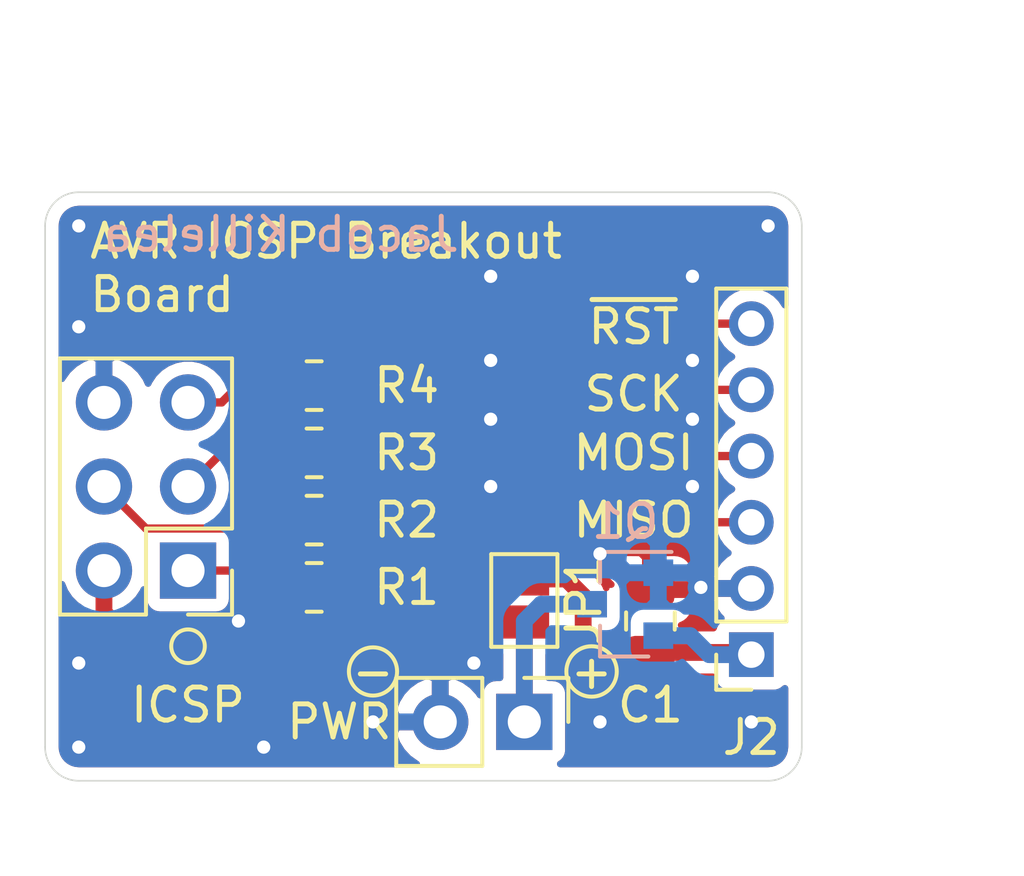
<source format=kicad_pcb>
(kicad_pcb (version 20171130) (host pcbnew 5.1.9-73d0e3b20d~88~ubuntu20.04.1)

  (general
    (thickness 1.6)
    (drawings 21)
    (tracks 65)
    (zones 0)
    (modules 10)
    (nets 12)
  )

  (page A4)
  (layers
    (0 F.Cu signal)
    (31 B.Cu signal)
    (32 B.Adhes user)
    (33 F.Adhes user)
    (34 B.Paste user)
    (35 F.Paste user)
    (36 B.SilkS user)
    (37 F.SilkS user)
    (38 B.Mask user)
    (39 F.Mask user)
    (40 Dwgs.User user)
    (41 Cmts.User user)
    (42 Eco1.User user)
    (43 Eco2.User user)
    (44 Edge.Cuts user)
    (45 Margin user)
    (46 B.CrtYd user)
    (47 F.CrtYd user)
    (48 B.Fab user)
    (49 F.Fab user)
  )

  (setup
    (last_trace_width 0.25)
    (user_trace_width 0.508)
    (trace_clearance 0.2)
    (zone_clearance 0.381)
    (zone_45_only no)
    (trace_min 0.2)
    (via_size 0.8)
    (via_drill 0.4)
    (via_min_size 0.4)
    (via_min_drill 0.3)
    (uvia_size 0.3)
    (uvia_drill 0.1)
    (uvias_allowed no)
    (uvia_min_size 0.2)
    (uvia_min_drill 0.1)
    (edge_width 0.05)
    (segment_width 0.2)
    (pcb_text_width 0.3)
    (pcb_text_size 1.5 1.5)
    (mod_edge_width 0.12)
    (mod_text_size 1 1)
    (mod_text_width 0.15)
    (pad_size 1.524 1.524)
    (pad_drill 0.762)
    (pad_to_mask_clearance 0)
    (aux_axis_origin 0 0)
    (visible_elements FFFFFF7F)
    (pcbplotparams
      (layerselection 0x010fc_ffffffff)
      (usegerberextensions false)
      (usegerberattributes true)
      (usegerberadvancedattributes true)
      (creategerberjobfile false)
      (excludeedgelayer true)
      (linewidth 0.100000)
      (plotframeref false)
      (viasonmask true)
      (mode 1)
      (useauxorigin false)
      (hpglpennumber 1)
      (hpglpenspeed 20)
      (hpglpendiameter 15.000000)
      (psnegative false)
      (psa4output false)
      (plotreference true)
      (plotvalue true)
      (plotinvisibletext false)
      (padsonsilk false)
      (subtractmaskfromsilk false)
      (outputformat 1)
      (mirror false)
      (drillshape 0)
      (scaleselection 1)
      (outputdirectory "Output/"))
  )

  (net 0 "")
  (net 1 GND)
  (net 2 VCC)
  (net 3 /Vraw+)
  (net 4 /~RST)
  (net 5 /SCK)
  (net 6 /MOSI)
  (net 7 /MISO)
  (net 8 "Net-(J3-Pad5)")
  (net 9 "Net-(J3-Pad4)")
  (net 10 "Net-(J3-Pad3)")
  (net 11 "Net-(J3-Pad1)")

  (net_class Default "This is the default net class."
    (clearance 0.2)
    (trace_width 0.25)
    (via_dia 0.8)
    (via_drill 0.4)
    (uvia_dia 0.3)
    (uvia_drill 0.1)
    (add_net /MISO)
    (add_net /MOSI)
    (add_net /SCK)
    (add_net /Vraw+)
    (add_net /~RST)
    (add_net GND)
    (add_net "Net-(J3-Pad1)")
    (add_net "Net-(J3-Pad3)")
    (add_net "Net-(J3-Pad4)")
    (add_net "Net-(J3-Pad5)")
    (add_net VCC)
  )

  (net_class Thick ""
    (clearance 0.2)
    (trace_width 0.508)
    (via_dia 0.8)
    (via_drill 0.4)
    (uvia_dia 0.3)
    (uvia_drill 0.1)
  )

  (module Connector_PinSocket_2.00mm:PinSocket_1x06_P2.00mm_Vertical (layer F.Cu) (tedit 5A19A421) (tstamp 6043318E)
    (at 137.922 118.364 180)
    (descr "Through hole straight socket strip, 1x06, 2.00mm pitch, single row (from Kicad 4.0.7), script generated")
    (tags "Through hole socket strip THT 1x06 2.00mm single row")
    (path /6043160C)
    (fp_text reference J2 (at 0 -2.5) (layer F.SilkS)
      (effects (font (size 1 1) (thickness 0.15)))
    )
    (fp_text value Conn_01x06 (at 0 12.5) (layer F.Fab)
      (effects (font (size 1 1) (thickness 0.15)))
    )
    (fp_text user %R (at 0 5 90) (layer F.Fab)
      (effects (font (size 1 1) (thickness 0.15)))
    )
    (fp_line (start -1 -1) (end 0.5 -1) (layer F.Fab) (width 0.1))
    (fp_line (start 0.5 -1) (end 1 -0.5) (layer F.Fab) (width 0.1))
    (fp_line (start 1 -0.5) (end 1 11) (layer F.Fab) (width 0.1))
    (fp_line (start 1 11) (end -1 11) (layer F.Fab) (width 0.1))
    (fp_line (start -1 11) (end -1 -1) (layer F.Fab) (width 0.1))
    (fp_line (start -1.06 1) (end 1.06 1) (layer F.SilkS) (width 0.12))
    (fp_line (start -1.06 1) (end -1.06 11.06) (layer F.SilkS) (width 0.12))
    (fp_line (start -1.06 11.06) (end 1.06 11.06) (layer F.SilkS) (width 0.12))
    (fp_line (start 1.06 1) (end 1.06 11.06) (layer F.SilkS) (width 0.12))
    (fp_line (start 1.06 -1.06) (end 1.06 0) (layer F.SilkS) (width 0.12))
    (fp_line (start 0 -1.06) (end 1.06 -1.06) (layer F.SilkS) (width 0.12))
    (fp_line (start -1.5 -1.5) (end 1.5 -1.5) (layer F.CrtYd) (width 0.05))
    (fp_line (start 1.5 -1.5) (end 1.5 11.5) (layer F.CrtYd) (width 0.05))
    (fp_line (start 1.5 11.5) (end -1.5 11.5) (layer F.CrtYd) (width 0.05))
    (fp_line (start -1.5 11.5) (end -1.5 -1.5) (layer F.CrtYd) (width 0.05))
    (pad 6 thru_hole oval (at 0 10 180) (size 1.35 1.35) (drill 0.8) (layers *.Cu *.Mask)
      (net 4 /~RST))
    (pad 5 thru_hole oval (at 0 8 180) (size 1.35 1.35) (drill 0.8) (layers *.Cu *.Mask)
      (net 5 /SCK))
    (pad 4 thru_hole oval (at 0 6 180) (size 1.35 1.35) (drill 0.8) (layers *.Cu *.Mask)
      (net 6 /MOSI))
    (pad 3 thru_hole oval (at 0 4 180) (size 1.35 1.35) (drill 0.8) (layers *.Cu *.Mask)
      (net 7 /MISO))
    (pad 2 thru_hole oval (at 0 2 180) (size 1.35 1.35) (drill 0.8) (layers *.Cu *.Mask)
      (net 1 GND))
    (pad 1 thru_hole rect (at 0 0 180) (size 1.35 1.35) (drill 0.8) (layers *.Cu *.Mask)
      (net 2 VCC))
    (model ${KISYS3DMOD}/Connector_PinSocket_2.00mm.3dshapes/PinSocket_1x06_P2.00mm_Vertical.wrl
      (at (xyz 0 0 0))
      (scale (xyz 1 1 1))
      (rotate (xyz 0 0 0))
    )
  )

  (module Resistor_SMD:R_0805_2012Metric (layer F.Cu) (tedit 5F68FEEE) (tstamp 6043111C)
    (at 124.714 110.236 180)
    (descr "Resistor SMD 0805 (2012 Metric), square (rectangular) end terminal, IPC_7351 nominal, (Body size source: IPC-SM-782 page 72, https://www.pcb-3d.com/wordpress/wp-content/uploads/ipc-sm-782a_amendment_1_and_2.pdf), generated with kicad-footprint-generator")
    (tags resistor)
    (path /60440D8F)
    (attr smd)
    (fp_text reference R4 (at -2.794 0) (layer F.SilkS)
      (effects (font (size 1 1) (thickness 0.15)))
    )
    (fp_text value 1k (at 0 1.65) (layer F.Fab)
      (effects (font (size 1 1) (thickness 0.15)))
    )
    (fp_text user %R (at 0 0) (layer F.Fab)
      (effects (font (size 0.5 0.5) (thickness 0.08)))
    )
    (fp_line (start -1 0.625) (end -1 -0.625) (layer F.Fab) (width 0.1))
    (fp_line (start -1 -0.625) (end 1 -0.625) (layer F.Fab) (width 0.1))
    (fp_line (start 1 -0.625) (end 1 0.625) (layer F.Fab) (width 0.1))
    (fp_line (start 1 0.625) (end -1 0.625) (layer F.Fab) (width 0.1))
    (fp_line (start -0.227064 -0.735) (end 0.227064 -0.735) (layer F.SilkS) (width 0.12))
    (fp_line (start -0.227064 0.735) (end 0.227064 0.735) (layer F.SilkS) (width 0.12))
    (fp_line (start -1.68 0.95) (end -1.68 -0.95) (layer F.CrtYd) (width 0.05))
    (fp_line (start -1.68 -0.95) (end 1.68 -0.95) (layer F.CrtYd) (width 0.05))
    (fp_line (start 1.68 -0.95) (end 1.68 0.95) (layer F.CrtYd) (width 0.05))
    (fp_line (start 1.68 0.95) (end -1.68 0.95) (layer F.CrtYd) (width 0.05))
    (pad 2 smd roundrect (at 0.9125 0 180) (size 1.025 1.4) (layers F.Cu F.Paste F.Mask) (roundrect_rratio 0.2439014634146341)
      (net 8 "Net-(J3-Pad5)"))
    (pad 1 smd roundrect (at -0.9125 0 180) (size 1.025 1.4) (layers F.Cu F.Paste F.Mask) (roundrect_rratio 0.2439014634146341)
      (net 4 /~RST))
    (model ${KISYS3DMOD}/Resistor_SMD.3dshapes/R_0805_2012Metric.wrl
      (at (xyz 0 0 0))
      (scale (xyz 1 1 1))
      (rotate (xyz 0 0 0))
    )
  )

  (module Resistor_SMD:R_0805_2012Metric (layer F.Cu) (tedit 5F68FEEE) (tstamp 6043110B)
    (at 124.714 112.268 180)
    (descr "Resistor SMD 0805 (2012 Metric), square (rectangular) end terminal, IPC_7351 nominal, (Body size source: IPC-SM-782 page 72, https://www.pcb-3d.com/wordpress/wp-content/uploads/ipc-sm-782a_amendment_1_and_2.pdf), generated with kicad-footprint-generator")
    (tags resistor)
    (path /60440AD5)
    (attr smd)
    (fp_text reference R3 (at -2.794 0) (layer F.SilkS)
      (effects (font (size 1 1) (thickness 0.15)))
    )
    (fp_text value 1k (at 0 1.65) (layer F.Fab)
      (effects (font (size 1 1) (thickness 0.15)))
    )
    (fp_text user %R (at 0 0) (layer F.Fab)
      (effects (font (size 0.5 0.5) (thickness 0.08)))
    )
    (fp_line (start -1 0.625) (end -1 -0.625) (layer F.Fab) (width 0.1))
    (fp_line (start -1 -0.625) (end 1 -0.625) (layer F.Fab) (width 0.1))
    (fp_line (start 1 -0.625) (end 1 0.625) (layer F.Fab) (width 0.1))
    (fp_line (start 1 0.625) (end -1 0.625) (layer F.Fab) (width 0.1))
    (fp_line (start -0.227064 -0.735) (end 0.227064 -0.735) (layer F.SilkS) (width 0.12))
    (fp_line (start -0.227064 0.735) (end 0.227064 0.735) (layer F.SilkS) (width 0.12))
    (fp_line (start -1.68 0.95) (end -1.68 -0.95) (layer F.CrtYd) (width 0.05))
    (fp_line (start -1.68 -0.95) (end 1.68 -0.95) (layer F.CrtYd) (width 0.05))
    (fp_line (start 1.68 -0.95) (end 1.68 0.95) (layer F.CrtYd) (width 0.05))
    (fp_line (start 1.68 0.95) (end -1.68 0.95) (layer F.CrtYd) (width 0.05))
    (pad 2 smd roundrect (at 0.9125 0 180) (size 1.025 1.4) (layers F.Cu F.Paste F.Mask) (roundrect_rratio 0.2439014634146341)
      (net 10 "Net-(J3-Pad3)"))
    (pad 1 smd roundrect (at -0.9125 0 180) (size 1.025 1.4) (layers F.Cu F.Paste F.Mask) (roundrect_rratio 0.2439014634146341)
      (net 5 /SCK))
    (model ${KISYS3DMOD}/Resistor_SMD.3dshapes/R_0805_2012Metric.wrl
      (at (xyz 0 0 0))
      (scale (xyz 1 1 1))
      (rotate (xyz 0 0 0))
    )
  )

  (module Resistor_SMD:R_0805_2012Metric (layer F.Cu) (tedit 5F68FEEE) (tstamp 604310FA)
    (at 124.714 114.3 180)
    (descr "Resistor SMD 0805 (2012 Metric), square (rectangular) end terminal, IPC_7351 nominal, (Body size source: IPC-SM-782 page 72, https://www.pcb-3d.com/wordpress/wp-content/uploads/ipc-sm-782a_amendment_1_and_2.pdf), generated with kicad-footprint-generator")
    (tags resistor)
    (path /6044088F)
    (attr smd)
    (fp_text reference R2 (at -2.794 0) (layer F.SilkS)
      (effects (font (size 1 1) (thickness 0.15)))
    )
    (fp_text value 1k (at 0 1.65) (layer F.Fab)
      (effects (font (size 1 1) (thickness 0.15)))
    )
    (fp_text user %R (at 0 0) (layer F.Fab)
      (effects (font (size 0.5 0.5) (thickness 0.08)))
    )
    (fp_line (start -1 0.625) (end -1 -0.625) (layer F.Fab) (width 0.1))
    (fp_line (start -1 -0.625) (end 1 -0.625) (layer F.Fab) (width 0.1))
    (fp_line (start 1 -0.625) (end 1 0.625) (layer F.Fab) (width 0.1))
    (fp_line (start 1 0.625) (end -1 0.625) (layer F.Fab) (width 0.1))
    (fp_line (start -0.227064 -0.735) (end 0.227064 -0.735) (layer F.SilkS) (width 0.12))
    (fp_line (start -0.227064 0.735) (end 0.227064 0.735) (layer F.SilkS) (width 0.12))
    (fp_line (start -1.68 0.95) (end -1.68 -0.95) (layer F.CrtYd) (width 0.05))
    (fp_line (start -1.68 -0.95) (end 1.68 -0.95) (layer F.CrtYd) (width 0.05))
    (fp_line (start 1.68 -0.95) (end 1.68 0.95) (layer F.CrtYd) (width 0.05))
    (fp_line (start 1.68 0.95) (end -1.68 0.95) (layer F.CrtYd) (width 0.05))
    (pad 2 smd roundrect (at 0.9125 0 180) (size 1.025 1.4) (layers F.Cu F.Paste F.Mask) (roundrect_rratio 0.2439014634146341)
      (net 9 "Net-(J3-Pad4)"))
    (pad 1 smd roundrect (at -0.9125 0 180) (size 1.025 1.4) (layers F.Cu F.Paste F.Mask) (roundrect_rratio 0.2439014634146341)
      (net 6 /MOSI))
    (model ${KISYS3DMOD}/Resistor_SMD.3dshapes/R_0805_2012Metric.wrl
      (at (xyz 0 0 0))
      (scale (xyz 1 1 1))
      (rotate (xyz 0 0 0))
    )
  )

  (module Resistor_SMD:R_0805_2012Metric (layer F.Cu) (tedit 5F68FEEE) (tstamp 604310E9)
    (at 124.714 116.332 180)
    (descr "Resistor SMD 0805 (2012 Metric), square (rectangular) end terminal, IPC_7351 nominal, (Body size source: IPC-SM-782 page 72, https://www.pcb-3d.com/wordpress/wp-content/uploads/ipc-sm-782a_amendment_1_and_2.pdf), generated with kicad-footprint-generator")
    (tags resistor)
    (path /6044016A)
    (attr smd)
    (fp_text reference R1 (at -2.794 0) (layer F.SilkS)
      (effects (font (size 1 1) (thickness 0.15)))
    )
    (fp_text value 1k (at 0 1.65) (layer F.Fab)
      (effects (font (size 1 1) (thickness 0.15)))
    )
    (fp_text user %R (at 0 0) (layer F.Fab)
      (effects (font (size 0.5 0.5) (thickness 0.08)))
    )
    (fp_line (start -1 0.625) (end -1 -0.625) (layer F.Fab) (width 0.1))
    (fp_line (start -1 -0.625) (end 1 -0.625) (layer F.Fab) (width 0.1))
    (fp_line (start 1 -0.625) (end 1 0.625) (layer F.Fab) (width 0.1))
    (fp_line (start 1 0.625) (end -1 0.625) (layer F.Fab) (width 0.1))
    (fp_line (start -0.227064 -0.735) (end 0.227064 -0.735) (layer F.SilkS) (width 0.12))
    (fp_line (start -0.227064 0.735) (end 0.227064 0.735) (layer F.SilkS) (width 0.12))
    (fp_line (start -1.68 0.95) (end -1.68 -0.95) (layer F.CrtYd) (width 0.05))
    (fp_line (start -1.68 -0.95) (end 1.68 -0.95) (layer F.CrtYd) (width 0.05))
    (fp_line (start 1.68 -0.95) (end 1.68 0.95) (layer F.CrtYd) (width 0.05))
    (fp_line (start 1.68 0.95) (end -1.68 0.95) (layer F.CrtYd) (width 0.05))
    (pad 2 smd roundrect (at 0.9125 0 180) (size 1.025 1.4) (layers F.Cu F.Paste F.Mask) (roundrect_rratio 0.2439014634146341)
      (net 11 "Net-(J3-Pad1)"))
    (pad 1 smd roundrect (at -0.9125 0 180) (size 1.025 1.4) (layers F.Cu F.Paste F.Mask) (roundrect_rratio 0.2439014634146341)
      (net 7 /MISO))
    (model ${KISYS3DMOD}/Resistor_SMD.3dshapes/R_0805_2012Metric.wrl
      (at (xyz 0 0 0))
      (scale (xyz 1 1 1))
      (rotate (xyz 0 0 0))
    )
  )

  (module Package_TO_SOT_SMD:SOT-23 (layer B.Cu) (tedit 5A02FF57) (tstamp 60431638)
    (at 134.112 116.84 180)
    (descr "SOT-23, Standard")
    (tags SOT-23)
    (path /60447A65)
    (attr smd)
    (fp_text reference Q1 (at 0 2.5 180) (layer B.SilkS)
      (effects (font (size 1 1) (thickness 0.15)) (justify mirror))
    )
    (fp_text value Si2333CDS (at 0 -2.5 180) (layer B.Fab)
      (effects (font (size 1 1) (thickness 0.15)) (justify mirror))
    )
    (fp_text user %R (at 0 0 90) (layer B.Fab)
      (effects (font (size 0.5 0.5) (thickness 0.075)) (justify mirror))
    )
    (fp_line (start -0.7 0.95) (end -0.7 -1.5) (layer B.Fab) (width 0.1))
    (fp_line (start -0.15 1.52) (end 0.7 1.52) (layer B.Fab) (width 0.1))
    (fp_line (start -0.7 0.95) (end -0.15 1.52) (layer B.Fab) (width 0.1))
    (fp_line (start 0.7 1.52) (end 0.7 -1.52) (layer B.Fab) (width 0.1))
    (fp_line (start -0.7 -1.52) (end 0.7 -1.52) (layer B.Fab) (width 0.1))
    (fp_line (start 0.76 -1.58) (end 0.76 -0.65) (layer B.SilkS) (width 0.12))
    (fp_line (start 0.76 1.58) (end 0.76 0.65) (layer B.SilkS) (width 0.12))
    (fp_line (start -1.7 1.75) (end 1.7 1.75) (layer B.CrtYd) (width 0.05))
    (fp_line (start 1.7 1.75) (end 1.7 -1.75) (layer B.CrtYd) (width 0.05))
    (fp_line (start 1.7 -1.75) (end -1.7 -1.75) (layer B.CrtYd) (width 0.05))
    (fp_line (start -1.7 -1.75) (end -1.7 1.75) (layer B.CrtYd) (width 0.05))
    (fp_line (start 0.76 1.58) (end -1.4 1.58) (layer B.SilkS) (width 0.12))
    (fp_line (start 0.76 -1.58) (end -0.7 -1.58) (layer B.SilkS) (width 0.12))
    (pad 3 smd rect (at 1 0 180) (size 0.9 0.8) (layers B.Cu B.Paste B.Mask)
      (net 3 /Vraw+))
    (pad 2 smd rect (at -1 -0.95 180) (size 0.9 0.8) (layers B.Cu B.Paste B.Mask)
      (net 2 VCC))
    (pad 1 smd rect (at -1 0.95 180) (size 0.9 0.8) (layers B.Cu B.Paste B.Mask)
      (net 1 GND))
    (model ${KISYS3DMOD}/Package_TO_SOT_SMD.3dshapes/SOT-23.wrl
      (at (xyz 0 0 0))
      (scale (xyz 1 1 1))
      (rotate (xyz 0 0 0))
    )
  )

  (module Jumper:SolderJumper-2_P1.3mm_Open_Pad1.0x1.5mm (layer F.Cu) (tedit 5A3EABFC) (tstamp 604310C3)
    (at 131.064 116.728 270)
    (descr "SMD Solder Jumper, 1x1.5mm Pads, 0.3mm gap, open")
    (tags "solder jumper open")
    (path /6044A410)
    (attr virtual)
    (fp_text reference JP1 (at 0 -1.8 90) (layer F.SilkS)
      (effects (font (size 1 1) (thickness 0.15)))
    )
    (fp_text value SolderJumper_2_Open (at 0 1.9 90) (layer F.Fab)
      (effects (font (size 1 1) (thickness 0.15)))
    )
    (fp_line (start -1.4 1) (end -1.4 -1) (layer F.SilkS) (width 0.12))
    (fp_line (start 1.4 1) (end -1.4 1) (layer F.SilkS) (width 0.12))
    (fp_line (start 1.4 -1) (end 1.4 1) (layer F.SilkS) (width 0.12))
    (fp_line (start -1.4 -1) (end 1.4 -1) (layer F.SilkS) (width 0.12))
    (fp_line (start -1.65 -1.25) (end 1.65 -1.25) (layer F.CrtYd) (width 0.05))
    (fp_line (start -1.65 -1.25) (end -1.65 1.25) (layer F.CrtYd) (width 0.05))
    (fp_line (start 1.65 1.25) (end 1.65 -1.25) (layer F.CrtYd) (width 0.05))
    (fp_line (start 1.65 1.25) (end -1.65 1.25) (layer F.CrtYd) (width 0.05))
    (pad 1 smd rect (at -0.65 0 270) (size 1 1.5) (layers F.Cu F.Mask)
      (net 2 VCC))
    (pad 2 smd rect (at 0.65 0 270) (size 1 1.5) (layers F.Cu F.Mask)
      (net 3 /Vraw+))
  )

  (module Connector_PinHeader_2.54mm:PinHeader_2x03_P2.54mm_Vertical (layer F.Cu) (tedit 59FED5CC) (tstamp 604310B5)
    (at 120.904 115.824 180)
    (descr "Through hole straight pin header, 2x03, 2.54mm pitch, double rows")
    (tags "Through hole pin header THT 2x03 2.54mm double row")
    (path /6042B63F)
    (fp_text reference ICSP (at 0 -4.064 180) (layer F.SilkS)
      (effects (font (size 1 1) (thickness 0.15)))
    )
    (fp_text value AVR-ISP-6 (at 1.27 7.41) (layer F.Fab)
      (effects (font (size 1 1) (thickness 0.15)))
    )
    (fp_text user %R (at 1.27 2.54 90) (layer F.Fab)
      (effects (font (size 1 1) (thickness 0.15)))
    )
    (fp_line (start 0 -1.27) (end 3.81 -1.27) (layer F.Fab) (width 0.1))
    (fp_line (start 3.81 -1.27) (end 3.81 6.35) (layer F.Fab) (width 0.1))
    (fp_line (start 3.81 6.35) (end -1.27 6.35) (layer F.Fab) (width 0.1))
    (fp_line (start -1.27 6.35) (end -1.27 0) (layer F.Fab) (width 0.1))
    (fp_line (start -1.27 0) (end 0 -1.27) (layer F.Fab) (width 0.1))
    (fp_line (start -1.33 6.41) (end 3.87 6.41) (layer F.SilkS) (width 0.12))
    (fp_line (start -1.33 1.27) (end -1.33 6.41) (layer F.SilkS) (width 0.12))
    (fp_line (start 3.87 -1.33) (end 3.87 6.41) (layer F.SilkS) (width 0.12))
    (fp_line (start -1.33 1.27) (end 1.27 1.27) (layer F.SilkS) (width 0.12))
    (fp_line (start 1.27 1.27) (end 1.27 -1.33) (layer F.SilkS) (width 0.12))
    (fp_line (start 1.27 -1.33) (end 3.87 -1.33) (layer F.SilkS) (width 0.12))
    (fp_line (start -1.33 0) (end -1.33 -1.33) (layer F.SilkS) (width 0.12))
    (fp_line (start -1.33 -1.33) (end 0 -1.33) (layer F.SilkS) (width 0.12))
    (fp_line (start -1.8 -1.8) (end -1.8 6.85) (layer F.CrtYd) (width 0.05))
    (fp_line (start -1.8 6.85) (end 4.35 6.85) (layer F.CrtYd) (width 0.05))
    (fp_line (start 4.35 6.85) (end 4.35 -1.8) (layer F.CrtYd) (width 0.05))
    (fp_line (start 4.35 -1.8) (end -1.8 -1.8) (layer F.CrtYd) (width 0.05))
    (pad 6 thru_hole oval (at 2.54 5.08 180) (size 1.7 1.7) (drill 1) (layers *.Cu *.Mask)
      (net 1 GND))
    (pad 5 thru_hole oval (at 0 5.08 180) (size 1.7 1.7) (drill 1) (layers *.Cu *.Mask)
      (net 8 "Net-(J3-Pad5)"))
    (pad 4 thru_hole oval (at 2.54 2.54 180) (size 1.7 1.7) (drill 1) (layers *.Cu *.Mask)
      (net 9 "Net-(J3-Pad4)"))
    (pad 3 thru_hole oval (at 0 2.54 180) (size 1.7 1.7) (drill 1) (layers *.Cu *.Mask)
      (net 10 "Net-(J3-Pad3)"))
    (pad 2 thru_hole oval (at 2.54 0 180) (size 1.7 1.7) (drill 1) (layers *.Cu *.Mask)
      (net 2 VCC))
    (pad 1 thru_hole rect (at 0 0 180) (size 1.7 1.7) (drill 1) (layers *.Cu *.Mask)
      (net 11 "Net-(J3-Pad1)"))
    (model ${KISYS3DMOD}/Connector_PinHeader_2.54mm.3dshapes/PinHeader_2x03_P2.54mm_Vertical.wrl
      (at (xyz 0 0 0))
      (scale (xyz 1 1 1))
      (rotate (xyz 0 0 0))
    )
  )

  (module Connector_PinHeader_2.54mm:PinHeader_1x02_P2.54mm_Vertical (layer F.Cu) (tedit 59FED5CC) (tstamp 60431675)
    (at 131.064 120.396 270)
    (descr "Through hole straight pin header, 1x02, 2.54mm pitch, single row")
    (tags "Through hole pin header THT 1x02 2.54mm single row")
    (path /6043A139)
    (fp_text reference PWR (at 0 5.588 180) (layer F.SilkS)
      (effects (font (size 1 1) (thickness 0.15)))
    )
    (fp_text value Conn_01x02 (at 0 4.87 90) (layer F.Fab)
      (effects (font (size 1 1) (thickness 0.15)))
    )
    (fp_text user %R (at 0 1.27) (layer F.Fab)
      (effects (font (size 1 1) (thickness 0.15)))
    )
    (fp_line (start -0.635 -1.27) (end 1.27 -1.27) (layer F.Fab) (width 0.1))
    (fp_line (start 1.27 -1.27) (end 1.27 3.81) (layer F.Fab) (width 0.1))
    (fp_line (start 1.27 3.81) (end -1.27 3.81) (layer F.Fab) (width 0.1))
    (fp_line (start -1.27 3.81) (end -1.27 -0.635) (layer F.Fab) (width 0.1))
    (fp_line (start -1.27 -0.635) (end -0.635 -1.27) (layer F.Fab) (width 0.1))
    (fp_line (start -1.33 3.87) (end 1.33 3.87) (layer F.SilkS) (width 0.12))
    (fp_line (start -1.33 1.27) (end -1.33 3.87) (layer F.SilkS) (width 0.12))
    (fp_line (start 1.33 1.27) (end 1.33 3.87) (layer F.SilkS) (width 0.12))
    (fp_line (start -1.33 1.27) (end 1.33 1.27) (layer F.SilkS) (width 0.12))
    (fp_line (start -1.33 0) (end -1.33 -1.33) (layer F.SilkS) (width 0.12))
    (fp_line (start -1.33 -1.33) (end 0 -1.33) (layer F.SilkS) (width 0.12))
    (fp_line (start -1.8 -1.8) (end -1.8 4.35) (layer F.CrtYd) (width 0.05))
    (fp_line (start -1.8 4.35) (end 1.8 4.35) (layer F.CrtYd) (width 0.05))
    (fp_line (start 1.8 4.35) (end 1.8 -1.8) (layer F.CrtYd) (width 0.05))
    (fp_line (start 1.8 -1.8) (end -1.8 -1.8) (layer F.CrtYd) (width 0.05))
    (pad 2 thru_hole oval (at 0 2.54 270) (size 1.7 1.7) (drill 1) (layers *.Cu *.Mask)
      (net 1 GND))
    (pad 1 thru_hole rect (at 0 0 270) (size 1.7 1.7) (drill 1) (layers *.Cu *.Mask)
      (net 3 /Vraw+))
    (model ${KISYS3DMOD}/Connector_PinHeader_2.54mm.3dshapes/PinHeader_1x02_P2.54mm_Vertical.wrl
      (at (xyz 0 0 0))
      (scale (xyz 1 1 1))
      (rotate (xyz 0 0 0))
    )
  )

  (module Capacitor_SMD:C_0805_2012Metric (layer F.Cu) (tedit 5F68FEEE) (tstamp 604316AF)
    (at 134.874 117.348 90)
    (descr "Capacitor SMD 0805 (2012 Metric), square (rectangular) end terminal, IPC_7351 nominal, (Body size source: IPC-SM-782 page 76, https://www.pcb-3d.com/wordpress/wp-content/uploads/ipc-sm-782a_amendment_1_and_2.pdf, https://docs.google.com/spreadsheets/d/1BsfQQcO9C6DZCsRaXUlFlo91Tg2WpOkGARC1WS5S8t0/edit?usp=sharing), generated with kicad-footprint-generator")
    (tags capacitor)
    (path /6042C629)
    (attr smd)
    (fp_text reference C1 (at -2.54 0) (layer F.SilkS)
      (effects (font (size 1 1) (thickness 0.15)))
    )
    (fp_text value 1uf (at 0 1.68 270) (layer F.Fab)
      (effects (font (size 1 1) (thickness 0.15)))
    )
    (fp_text user %R (at 0 0 270) (layer F.Fab)
      (effects (font (size 0.5 0.5) (thickness 0.08)))
    )
    (fp_line (start -1 0.625) (end -1 -0.625) (layer F.Fab) (width 0.1))
    (fp_line (start -1 -0.625) (end 1 -0.625) (layer F.Fab) (width 0.1))
    (fp_line (start 1 -0.625) (end 1 0.625) (layer F.Fab) (width 0.1))
    (fp_line (start 1 0.625) (end -1 0.625) (layer F.Fab) (width 0.1))
    (fp_line (start -0.261252 -0.735) (end 0.261252 -0.735) (layer F.SilkS) (width 0.12))
    (fp_line (start -0.261252 0.735) (end 0.261252 0.735) (layer F.SilkS) (width 0.12))
    (fp_line (start -1.7 0.98) (end -1.7 -0.98) (layer F.CrtYd) (width 0.05))
    (fp_line (start -1.7 -0.98) (end 1.7 -0.98) (layer F.CrtYd) (width 0.05))
    (fp_line (start 1.7 -0.98) (end 1.7 0.98) (layer F.CrtYd) (width 0.05))
    (fp_line (start 1.7 0.98) (end -1.7 0.98) (layer F.CrtYd) (width 0.05))
    (pad 2 smd roundrect (at 0.95 0 90) (size 1 1.45) (layers F.Cu F.Paste F.Mask) (roundrect_rratio 0.25)
      (net 1 GND))
    (pad 1 smd roundrect (at -0.95 0 90) (size 1 1.45) (layers F.Cu F.Paste F.Mask) (roundrect_rratio 0.25)
      (net 2 VCC))
    (model ${KISYS3DMOD}/Capacitor_SMD.3dshapes/C_0805_2012Metric.wrl
      (at (xyz 0 0 0))
      (scale (xyz 1 1 1))
      (rotate (xyz 0 0 0))
    )
  )

  (gr_text "Jacob Killelea" (at 123.698 105.664) (layer B.SilkS)
    (effects (font (size 1 1) (thickness 0.15)) (justify mirror))
  )
  (gr_text "AVR ICSP Breakout\nBoard" (at 117.856 106.68) (layer F.SilkS)
    (effects (font (size 1 1) (thickness 0.15)) (justify left))
  )
  (gr_text MISO (at 134.366 114.3) (layer F.SilkS)
    (effects (font (size 1 1) (thickness 0.15)))
  )
  (gr_text MOSI (at 134.366 112.268) (layer F.SilkS)
    (effects (font (size 1 1) (thickness 0.15)))
  )
  (gr_text SCK (at 134.366 110.49) (layer F.SilkS)
    (effects (font (size 1 1) (thickness 0.15)))
  )
  (gr_text ~RST (at 134.366 108.458) (layer F.SilkS)
    (effects (font (size 1 1) (thickness 0.15)))
  )
  (gr_circle (center 133.096 118.872) (end 133.858 118.872) (layer F.SilkS) (width 0.12))
  (gr_circle (center 126.492 118.872) (end 127.194 119.066) (layer F.SilkS) (width 0.12))
  (gr_text - (at 126.492 118.872) (layer F.SilkS)
    (effects (font (size 1 1) (thickness 0.15)))
  )
  (gr_text + (at 133.096 118.872) (layer F.SilkS)
    (effects (font (size 1 1) (thickness 0.15)))
  )
  (gr_circle (center 120.904 118.11) (end 121.412 118.11) (layer F.SilkS) (width 0.12))
  (dimension 17.78 (width 0.15) (layer Dwgs.User)
    (gr_text "0.7000 in" (at 144.81 113.284 90) (layer Dwgs.User)
      (effects (font (size 1 1) (thickness 0.15)))
    )
    (feature1 (pts (xy 138.176 104.394) (xy 144.096421 104.394)))
    (feature2 (pts (xy 138.176 122.174) (xy 144.096421 122.174)))
    (crossbar (pts (xy 143.51 122.174) (xy 143.51 104.394)))
    (arrow1a (pts (xy 143.51 104.394) (xy 144.096421 105.520504)))
    (arrow1b (pts (xy 143.51 104.394) (xy 142.923579 105.520504)))
    (arrow2a (pts (xy 143.51 122.174) (xy 144.096421 121.047496)))
    (arrow2b (pts (xy 143.51 122.174) (xy 142.923579 121.047496)))
  )
  (dimension 22.86 (width 0.15) (layer Dwgs.User)
    (gr_text "0.9000 in" (at 128.016 99.284) (layer Dwgs.User)
      (effects (font (size 1 1) (thickness 0.15)))
    )
    (feature1 (pts (xy 139.446 105.41) (xy 139.446 99.997579)))
    (feature2 (pts (xy 116.586 105.41) (xy 116.586 99.997579)))
    (crossbar (pts (xy 116.586 100.584) (xy 139.446 100.584)))
    (arrow1a (pts (xy 139.446 100.584) (xy 138.319496 101.170421)))
    (arrow1b (pts (xy 139.446 100.584) (xy 138.319496 99.997579)))
    (arrow2a (pts (xy 116.586 100.584) (xy 117.712504 101.170421)))
    (arrow2b (pts (xy 116.586 100.584) (xy 117.712504 99.997579)))
  )
  (gr_arc (start 138.43 121.158) (end 138.43 122.174) (angle -90) (layer Edge.Cuts) (width 0.05))
  (gr_arc (start 117.602 121.158) (end 116.586 121.158) (angle -90) (layer Edge.Cuts) (width 0.05))
  (gr_arc (start 117.602 105.41) (end 117.602 104.394) (angle -90) (layer Edge.Cuts) (width 0.05))
  (gr_arc (start 138.43 105.41) (end 139.446 105.41) (angle -90) (layer Edge.Cuts) (width 0.05))
  (gr_line (start 139.446 121.158) (end 139.446 105.41) (layer Edge.Cuts) (width 0.05) (tstamp 60431951))
  (gr_line (start 117.602 122.174) (end 138.43 122.174) (layer Edge.Cuts) (width 0.05))
  (gr_line (start 116.586 105.41) (end 116.586 121.158) (layer Edge.Cuts) (width 0.05))
  (gr_line (start 138.43 104.394) (end 117.602 104.394) (layer Edge.Cuts) (width 0.05))

  (via (at 137.922 120.396) (size 0.8) (drill 0.4) (layers F.Cu B.Cu) (net 1))
  (via (at 133.35 120.396) (size 0.8) (drill 0.4) (layers F.Cu B.Cu) (net 1))
  (via (at 136.144 113.284) (size 0.8) (drill 0.4) (layers F.Cu B.Cu) (net 1))
  (via (at 136.144 111.252) (size 0.8) (drill 0.4) (layers F.Cu B.Cu) (net 1))
  (via (at 136.144 109.474) (size 0.8) (drill 0.4) (layers F.Cu B.Cu) (net 1))
  (via (at 136.144 106.934) (size 0.8) (drill 0.4) (layers F.Cu B.Cu) (net 1))
  (via (at 130.048 109.474) (size 0.8) (drill 0.4) (layers F.Cu B.Cu) (net 1))
  (via (at 130.048 111.252) (size 0.8) (drill 0.4) (layers F.Cu B.Cu) (net 1))
  (via (at 130.048 113.284) (size 0.8) (drill 0.4) (layers F.Cu B.Cu) (net 1))
  (via (at 130.048 106.934) (size 0.8) (drill 0.4) (layers F.Cu B.Cu) (net 1))
  (via (at 133.35 115.316) (size 0.8) (drill 0.4) (layers F.Cu B.Cu) (net 1))
  (via (at 136.398 116.332) (size 0.8) (drill 0.4) (layers F.Cu B.Cu) (net 1))
  (via (at 129.54 118.618) (size 0.8) (drill 0.4) (layers F.Cu B.Cu) (net 1))
  (via (at 126.492 120.396) (size 0.8) (drill 0.4) (layers F.Cu B.Cu) (net 1))
  (via (at 122.428 117.348) (size 0.8) (drill 0.4) (layers F.Cu B.Cu) (net 1))
  (via (at 117.602 105.41) (size 0.8) (drill 0.4) (layers F.Cu B.Cu) (net 1))
  (via (at 138.43 105.41) (size 0.8) (drill 0.4) (layers F.Cu B.Cu) (net 1))
  (via (at 117.602 108.458) (size 0.8) (drill 0.4) (layers F.Cu B.Cu) (net 1))
  (via (at 117.602 118.618) (size 0.8) (drill 0.4) (layers F.Cu B.Cu) (net 1))
  (via (at 117.602 121.158) (size 0.8) (drill 0.4) (layers F.Cu B.Cu) (net 1))
  (via (at 123.19 121.158) (size 0.8) (drill 0.4) (layers F.Cu B.Cu) (net 1))
  (segment (start 137.922 118.364) (end 136.652 118.364) (width 0.508) (layer B.Cu) (net 2))
  (segment (start 136.078 117.79) (end 135.112 117.79) (width 0.508) (layer B.Cu) (net 2))
  (segment (start 136.652 118.364) (end 136.078 117.79) (width 0.508) (layer B.Cu) (net 2))
  (segment (start 137.856 118.298) (end 137.922 118.364) (width 0.508) (layer F.Cu) (net 2))
  (segment (start 134.874 118.298) (end 137.856 118.298) (width 0.508) (layer F.Cu) (net 2))
  (segment (start 131.064 116.078) (end 132.334 116.078) (width 0.508) (layer F.Cu) (net 2))
  (segment (start 132.334 116.078) (end 132.842 116.586) (width 0.508) (layer F.Cu) (net 2))
  (segment (start 132.842 116.586) (end 132.842 117.602) (width 0.508) (layer F.Cu) (net 2))
  (segment (start 133.538 118.298) (end 134.874 118.298) (width 0.508) (layer F.Cu) (net 2))
  (segment (start 132.842 117.602) (end 133.538 118.298) (width 0.508) (layer F.Cu) (net 2))
  (segment (start 118.364 117.094) (end 118.364 115.824) (width 0.508) (layer F.Cu) (net 2))
  (segment (start 119.888 118.618) (end 118.364 117.094) (width 0.508) (layer F.Cu) (net 2))
  (segment (start 127.127 118.618) (end 119.888 118.618) (width 0.508) (layer F.Cu) (net 2))
  (segment (start 129.667 116.078) (end 127.127 118.618) (width 0.508) (layer F.Cu) (net 2))
  (segment (start 131.064 116.078) (end 129.667 116.078) (width 0.508) (layer F.Cu) (net 2))
  (segment (start 131.064 120.396) (end 131.572 120.396) (width 0.508) (layer B.Cu) (net 3))
  (segment (start 133.112 116.84) (end 131.572 116.84) (width 0.508) (layer B.Cu) (net 3))
  (segment (start 131.064 117.348) (end 131.064 120.396) (width 0.508) (layer B.Cu) (net 3))
  (segment (start 131.572 116.84) (end 131.064 117.348) (width 0.508) (layer B.Cu) (net 3))
  (segment (start 131.064 120.396) (end 131.064 117.378) (width 0.508) (layer F.Cu) (net 3))
  (segment (start 125.6265 110.236) (end 127 110.236) (width 0.25) (layer F.Cu) (net 4))
  (segment (start 128.872 108.364) (end 137.922 108.364) (width 0.25) (layer F.Cu) (net 4))
  (segment (start 127 110.236) (end 128.872 108.364) (width 0.25) (layer F.Cu) (net 4))
  (segment (start 125.6265 112.268) (end 127.254 112.268) (width 0.25) (layer F.Cu) (net 5))
  (segment (start 129.158 110.364) (end 137.922 110.364) (width 0.25) (layer F.Cu) (net 5))
  (segment (start 127.254 112.268) (end 129.158 110.364) (width 0.25) (layer F.Cu) (net 5))
  (segment (start 125.6265 114.3) (end 127 114.3) (width 0.25) (layer F.Cu) (net 6))
  (segment (start 128.936 112.364) (end 137.922 112.364) (width 0.25) (layer F.Cu) (net 6))
  (segment (start 127 114.3) (end 128.936 112.364) (width 0.25) (layer F.Cu) (net 6))
  (segment (start 125.6265 116.332) (end 126.746 116.332) (width 0.25) (layer F.Cu) (net 7))
  (segment (start 128.714 114.364) (end 137.922 114.364) (width 0.25) (layer F.Cu) (net 7))
  (segment (start 126.746 116.332) (end 128.714 114.364) (width 0.25) (layer F.Cu) (net 7))
  (segment (start 120.904 110.744) (end 121.92 110.744) (width 0.25) (layer F.Cu) (net 8))
  (segment (start 122.428 110.236) (end 123.8015 110.236) (width 0.25) (layer F.Cu) (net 8))
  (segment (start 121.92 110.744) (end 122.428 110.236) (width 0.25) (layer F.Cu) (net 8))
  (segment (start 122.682 114.3) (end 123.8015 114.3) (width 0.25) (layer F.Cu) (net 9))
  (segment (start 122.428 114.554) (end 122.682 114.3) (width 0.25) (layer F.Cu) (net 9))
  (segment (start 119.634 114.554) (end 122.428 114.554) (width 0.25) (layer F.Cu) (net 9))
  (segment (start 118.364 113.284) (end 119.634 114.554) (width 0.25) (layer F.Cu) (net 9))
  (segment (start 120.904 113.284) (end 121.92 112.268) (width 0.25) (layer F.Cu) (net 10))
  (segment (start 121.92 112.268) (end 123.8015 112.268) (width 0.25) (layer F.Cu) (net 10))
  (segment (start 120.904 115.824) (end 122.174 115.824) (width 0.25) (layer F.Cu) (net 11))
  (segment (start 122.682 116.332) (end 123.8015 116.332) (width 0.25) (layer F.Cu) (net 11))
  (segment (start 122.174 115.824) (end 122.682 116.332) (width 0.25) (layer F.Cu) (net 11))

  (zone (net 1) (net_name GND) (layer B.Cu) (tstamp 604332BB) (hatch edge 0.508)
    (connect_pads (clearance 0.381))
    (min_thickness 0.2032)
    (fill yes (arc_segments 32) (thermal_gap 0.508) (thermal_bridge_width 0.508))
    (polygon
      (pts
        (xy 139.7 122.428) (xy 116.332 122.428) (xy 116.332 104.14) (xy 139.7 104.14)
      )
    )
    (filled_polygon
      (pts
        (xy 138.528275 104.91367) (xy 138.622807 104.942211) (xy 138.709999 104.988571) (xy 138.78652 105.050981) (xy 138.849466 105.12707)
        (xy 138.89643 105.213926) (xy 138.925632 105.308264) (xy 138.938401 105.429754) (xy 138.938401 107.801526) (xy 138.821167 107.626073)
        (xy 138.659927 107.464833) (xy 138.470329 107.338148) (xy 138.259659 107.250886) (xy 138.036014 107.2064) (xy 137.807986 107.2064)
        (xy 137.584341 107.250886) (xy 137.373671 107.338148) (xy 137.184073 107.464833) (xy 137.022833 107.626073) (xy 136.896148 107.815671)
        (xy 136.808886 108.026341) (xy 136.7644 108.249986) (xy 136.7644 108.478014) (xy 136.808886 108.701659) (xy 136.896148 108.912329)
        (xy 137.022833 109.101927) (xy 137.184073 109.263167) (xy 137.334981 109.364) (xy 137.184073 109.464833) (xy 137.022833 109.626073)
        (xy 136.896148 109.815671) (xy 136.808886 110.026341) (xy 136.7644 110.249986) (xy 136.7644 110.478014) (xy 136.808886 110.701659)
        (xy 136.896148 110.912329) (xy 137.022833 111.101927) (xy 137.184073 111.263167) (xy 137.334981 111.364) (xy 137.184073 111.464833)
        (xy 137.022833 111.626073) (xy 136.896148 111.815671) (xy 136.808886 112.026341) (xy 136.7644 112.249986) (xy 136.7644 112.478014)
        (xy 136.808886 112.701659) (xy 136.896148 112.912329) (xy 137.022833 113.101927) (xy 137.184073 113.263167) (xy 137.334981 113.364)
        (xy 137.184073 113.464833) (xy 137.022833 113.626073) (xy 136.896148 113.815671) (xy 136.808886 114.026341) (xy 136.7644 114.249986)
        (xy 136.7644 114.478014) (xy 136.808886 114.701659) (xy 136.896148 114.912329) (xy 137.022833 115.101927) (xy 137.184073 115.263167)
        (xy 137.226339 115.291408) (xy 137.125593 115.356057) (xy 136.944256 115.530796) (xy 136.800493 115.737554) (xy 136.699829 115.968386)
        (xy 136.686016 116.01394) (xy 136.800104 116.2116) (xy 137.7696 116.2116) (xy 137.7696 116.1916) (xy 138.0744 116.1916)
        (xy 138.0744 116.2116) (xy 138.0944 116.2116) (xy 138.0944 116.5164) (xy 138.0744 116.5164) (xy 138.0744 116.5364)
        (xy 137.7696 116.5364) (xy 137.7696 116.5164) (xy 136.800104 116.5164) (xy 136.686016 116.71406) (xy 136.699829 116.759614)
        (xy 136.800493 116.990446) (xy 136.944256 117.197204) (xy 137.015279 117.265643) (xy 136.977585 117.285791) (xy 136.904099 117.346099)
        (xy 136.843791 117.419585) (xy 136.810875 117.481166) (xy 136.624445 117.294736) (xy 136.601375 117.266625) (xy 136.489213 117.174576)
        (xy 136.361249 117.106178) (xy 136.222399 117.064058) (xy 136.114186 117.0534) (xy 136.114183 117.0534) (xy 136.078 117.049836)
        (xy 136.041817 117.0534) (xy 135.910072 117.0534) (xy 135.904901 117.047099) (xy 135.831415 116.986791) (xy 135.747577 116.941978)
        (xy 135.656606 116.914383) (xy 135.562 116.905065) (xy 134.662 116.905065) (xy 134.567394 116.914383) (xy 134.476423 116.941978)
        (xy 134.392585 116.986791) (xy 134.319099 117.047099) (xy 134.258791 117.120585) (xy 134.213978 117.204423) (xy 134.186383 117.295394)
        (xy 134.177065 117.39) (xy 134.177065 118.19) (xy 134.186383 118.284606) (xy 134.213978 118.375577) (xy 134.258791 118.459415)
        (xy 134.319099 118.532901) (xy 134.392585 118.593209) (xy 134.476423 118.638022) (xy 134.567394 118.665617) (xy 134.662 118.674935)
        (xy 135.562 118.674935) (xy 135.656606 118.665617) (xy 135.747577 118.638022) (xy 135.831415 118.593209) (xy 135.835855 118.589565)
        (xy 136.105559 118.859269) (xy 136.128625 118.887375) (xy 136.240787 118.979424) (xy 136.368751 119.047822) (xy 136.507601 119.089942)
        (xy 136.652 119.104164) (xy 136.688186 119.1006) (xy 136.768132 119.1006) (xy 136.771383 119.133606) (xy 136.798978 119.224577)
        (xy 136.843791 119.308415) (xy 136.904099 119.381901) (xy 136.977585 119.442209) (xy 137.061423 119.487022) (xy 137.152394 119.514617)
        (xy 137.247 119.523935) (xy 138.597 119.523935) (xy 138.691606 119.514617) (xy 138.782577 119.487022) (xy 138.866415 119.442209)
        (xy 138.9384 119.383133) (xy 138.9384 121.133177) (xy 138.92633 121.256274) (xy 138.897788 121.35081) (xy 138.851429 121.437998)
        (xy 138.789019 121.51452) (xy 138.712932 121.577465) (xy 138.626073 121.62443) (xy 138.531737 121.653632) (xy 138.410255 121.6664)
        (xy 132.151253 121.6664) (xy 132.183415 121.649209) (xy 132.256901 121.588901) (xy 132.317209 121.515415) (xy 132.362022 121.431577)
        (xy 132.389617 121.340606) (xy 132.398935 121.246) (xy 132.398935 119.546) (xy 132.389617 119.451394) (xy 132.362022 119.360423)
        (xy 132.317209 119.276585) (xy 132.256901 119.203099) (xy 132.183415 119.142791) (xy 132.099577 119.097978) (xy 132.008606 119.070383)
        (xy 131.914 119.061065) (xy 131.8006 119.061065) (xy 131.8006 117.653109) (xy 131.877109 117.5766) (xy 132.313928 117.5766)
        (xy 132.319099 117.582901) (xy 132.392585 117.643209) (xy 132.476423 117.688022) (xy 132.567394 117.715617) (xy 132.662 117.724935)
        (xy 133.562 117.724935) (xy 133.656606 117.715617) (xy 133.747577 117.688022) (xy 133.831415 117.643209) (xy 133.904901 117.582901)
        (xy 133.965209 117.509415) (xy 134.010022 117.425577) (xy 134.037617 117.334606) (xy 134.046935 117.24) (xy 134.046935 116.44)
        (xy 134.037617 116.345394) (xy 134.020814 116.29) (xy 134.04945 116.29) (xy 134.06122 116.409503) (xy 134.096078 116.524413)
        (xy 134.152683 116.630315) (xy 134.228862 116.723138) (xy 134.321685 116.799317) (xy 134.427587 116.855922) (xy 134.542497 116.89078)
        (xy 134.662 116.90255) (xy 134.8072 116.8996) (xy 134.9596 116.7472) (xy 134.9596 116.0424) (xy 135.2644 116.0424)
        (xy 135.2644 116.7472) (xy 135.4168 116.8996) (xy 135.562 116.90255) (xy 135.681503 116.89078) (xy 135.796413 116.855922)
        (xy 135.902315 116.799317) (xy 135.995138 116.723138) (xy 136.071317 116.630315) (xy 136.127922 116.524413) (xy 136.16278 116.409503)
        (xy 136.17455 116.29) (xy 136.1716 116.1948) (xy 136.0192 116.0424) (xy 135.2644 116.0424) (xy 134.9596 116.0424)
        (xy 134.2048 116.0424) (xy 134.0524 116.1948) (xy 134.04945 116.29) (xy 134.020814 116.29) (xy 134.010022 116.254423)
        (xy 133.965209 116.170585) (xy 133.904901 116.097099) (xy 133.831415 116.036791) (xy 133.747577 115.991978) (xy 133.656606 115.964383)
        (xy 133.562 115.955065) (xy 132.662 115.955065) (xy 132.567394 115.964383) (xy 132.476423 115.991978) (xy 132.392585 116.036791)
        (xy 132.319099 116.097099) (xy 132.313928 116.1034) (xy 131.608175 116.1034) (xy 131.571999 116.099837) (xy 131.535823 116.1034)
        (xy 131.535814 116.1034) (xy 131.427601 116.114058) (xy 131.288751 116.156178) (xy 131.160787 116.224576) (xy 131.048625 116.316625)
        (xy 131.025554 116.344737) (xy 130.568732 116.801559) (xy 130.540625 116.824626) (xy 130.517559 116.852732) (xy 130.517558 116.852733)
        (xy 130.511941 116.859577) (xy 130.448576 116.936788) (xy 130.380178 117.064752) (xy 130.338058 117.203602) (xy 130.3274 117.311814)
        (xy 130.323836 117.348) (xy 130.3274 117.384183) (xy 130.327401 119.061065) (xy 130.214 119.061065) (xy 130.119394 119.070383)
        (xy 130.028423 119.097978) (xy 129.944585 119.142791) (xy 129.871099 119.203099) (xy 129.810791 119.276585) (xy 129.765978 119.360423)
        (xy 129.738383 119.451394) (xy 129.729065 119.546) (xy 129.729065 119.583151) (xy 129.682087 119.507585) (xy 129.486514 119.298724)
        (xy 129.253952 119.132031) (xy 128.993338 119.013911) (xy 128.901607 118.98609) (xy 128.6764 119.097714) (xy 128.6764 120.2436)
        (xy 128.6964 120.2436) (xy 128.6964 120.5484) (xy 128.6764 120.5484) (xy 128.6764 120.5684) (xy 128.3716 120.5684)
        (xy 128.3716 120.5484) (xy 127.224772 120.5484) (xy 127.114085 120.773608) (xy 127.214844 121.041413) (xy 127.365913 121.284415)
        (xy 127.561486 121.493276) (xy 127.794048 121.659969) (xy 127.808237 121.6664) (xy 117.626823 121.6664) (xy 117.503726 121.65433)
        (xy 117.40919 121.625788) (xy 117.322002 121.579429) (xy 117.24548 121.517019) (xy 117.182535 121.440932) (xy 117.13557 121.354073)
        (xy 117.106368 121.259737) (xy 117.0936 121.138255) (xy 117.0936 120.018392) (xy 127.114085 120.018392) (xy 127.224772 120.2436)
        (xy 128.3716 120.2436) (xy 128.3716 119.097714) (xy 128.146393 118.98609) (xy 128.054662 119.013911) (xy 127.794048 119.132031)
        (xy 127.561486 119.298724) (xy 127.365913 119.507585) (xy 127.214844 119.750587) (xy 127.114085 120.018392) (xy 117.0936 120.018392)
        (xy 117.0936 116.239235) (xy 117.183065 116.455223) (xy 117.328902 116.673483) (xy 117.514517 116.859098) (xy 117.732777 117.004935)
        (xy 117.975295 117.105389) (xy 118.23275 117.1566) (xy 118.49525 117.1566) (xy 118.752705 117.105389) (xy 118.995223 117.004935)
        (xy 119.213483 116.859098) (xy 119.399098 116.673483) (xy 119.544935 116.455223) (xy 119.569065 116.396968) (xy 119.569065 116.674)
        (xy 119.578383 116.768606) (xy 119.605978 116.859577) (xy 119.650791 116.943415) (xy 119.711099 117.016901) (xy 119.784585 117.077209)
        (xy 119.868423 117.122022) (xy 119.959394 117.149617) (xy 120.054 117.158935) (xy 121.754 117.158935) (xy 121.848606 117.149617)
        (xy 121.939577 117.122022) (xy 122.023415 117.077209) (xy 122.096901 117.016901) (xy 122.157209 116.943415) (xy 122.202022 116.859577)
        (xy 122.229617 116.768606) (xy 122.238935 116.674) (xy 122.238935 115.49) (xy 134.04945 115.49) (xy 134.0524 115.5852)
        (xy 134.2048 115.7376) (xy 134.9596 115.7376) (xy 134.9596 115.0328) (xy 135.2644 115.0328) (xy 135.2644 115.7376)
        (xy 136.0192 115.7376) (xy 136.1716 115.5852) (xy 136.17455 115.49) (xy 136.16278 115.370497) (xy 136.127922 115.255587)
        (xy 136.071317 115.149685) (xy 135.995138 115.056862) (xy 135.902315 114.980683) (xy 135.796413 114.924078) (xy 135.681503 114.88922)
        (xy 135.562 114.87745) (xy 135.4168 114.8804) (xy 135.2644 115.0328) (xy 134.9596 115.0328) (xy 134.8072 114.8804)
        (xy 134.662 114.87745) (xy 134.542497 114.88922) (xy 134.427587 114.924078) (xy 134.321685 114.980683) (xy 134.228862 115.056862)
        (xy 134.152683 115.149685) (xy 134.096078 115.255587) (xy 134.06122 115.370497) (xy 134.04945 115.49) (xy 122.238935 115.49)
        (xy 122.238935 114.974) (xy 122.229617 114.879394) (xy 122.202022 114.788423) (xy 122.157209 114.704585) (xy 122.096901 114.631099)
        (xy 122.023415 114.570791) (xy 121.939577 114.525978) (xy 121.848606 114.498383) (xy 121.754 114.489065) (xy 121.476968 114.489065)
        (xy 121.535223 114.464935) (xy 121.753483 114.319098) (xy 121.939098 114.133483) (xy 122.084935 113.915223) (xy 122.185389 113.672705)
        (xy 122.2366 113.41525) (xy 122.2366 113.15275) (xy 122.185389 112.895295) (xy 122.084935 112.652777) (xy 121.939098 112.434517)
        (xy 121.753483 112.248902) (xy 121.535223 112.103065) (xy 121.320201 112.014) (xy 121.535223 111.924935) (xy 121.753483 111.779098)
        (xy 121.939098 111.593483) (xy 122.084935 111.375223) (xy 122.185389 111.132705) (xy 122.2366 110.87525) (xy 122.2366 110.61275)
        (xy 122.185389 110.355295) (xy 122.084935 110.112777) (xy 121.939098 109.894517) (xy 121.753483 109.708902) (xy 121.535223 109.563065)
        (xy 121.292705 109.462611) (xy 121.03525 109.4114) (xy 120.77275 109.4114) (xy 120.515295 109.462611) (xy 120.272777 109.563065)
        (xy 120.054517 109.708902) (xy 119.868902 109.894517) (xy 119.723065 110.112777) (xy 119.699023 110.170819) (xy 119.627969 110.014048)
        (xy 119.461276 109.781486) (xy 119.252415 109.585913) (xy 119.009413 109.434844) (xy 118.741608 109.334085) (xy 118.5164 109.444772)
        (xy 118.5164 110.5916) (xy 118.5364 110.5916) (xy 118.5364 110.8964) (xy 118.5164 110.8964) (xy 118.5164 110.9164)
        (xy 118.2116 110.9164) (xy 118.2116 110.8964) (xy 118.1916 110.8964) (xy 118.1916 110.5916) (xy 118.2116 110.5916)
        (xy 118.2116 109.444772) (xy 117.986392 109.334085) (xy 117.718587 109.434844) (xy 117.475585 109.585913) (xy 117.266724 109.781486)
        (xy 117.100031 110.014048) (xy 117.0936 110.028237) (xy 117.0936 105.434823) (xy 117.10567 105.311725) (xy 117.134211 105.217193)
        (xy 117.180571 105.130001) (xy 117.242981 105.05348) (xy 117.31907 104.990534) (xy 117.405926 104.94357) (xy 117.500264 104.914368)
        (xy 117.621745 104.9016) (xy 138.405177 104.9016)
      )
    )
  )
  (zone (net 1) (net_name GND) (layer F.Cu) (tstamp 604332B8) (hatch edge 0.508)
    (connect_pads (clearance 0.381))
    (min_thickness 0.2032)
    (fill yes (arc_segments 32) (thermal_gap 0.508) (thermal_bridge_width 0.508))
    (polygon
      (pts
        (xy 139.7 122.428) (xy 116.332 122.428) (xy 116.332 104.14) (xy 139.7 104.14)
      )
    )
    (filled_polygon
      (pts
        (xy 117.183065 116.455223) (xy 117.328902 116.673483) (xy 117.514517 116.859098) (xy 117.6274 116.934524) (xy 117.6274 117.057816)
        (xy 117.623836 117.094) (xy 117.6274 117.130183) (xy 117.6274 117.130185) (xy 117.638058 117.238398) (xy 117.680178 117.377248)
        (xy 117.748576 117.505212) (xy 117.840625 117.617374) (xy 117.868732 117.640441) (xy 119.341554 119.113263) (xy 119.364625 119.141375)
        (xy 119.476787 119.233424) (xy 119.604751 119.301822) (xy 119.743601 119.343942) (xy 119.851814 119.3546) (xy 119.851823 119.3546)
        (xy 119.887999 119.358163) (xy 119.924175 119.3546) (xy 127.090817 119.3546) (xy 127.127 119.358164) (xy 127.163183 119.3546)
        (xy 127.163186 119.3546) (xy 127.271399 119.343942) (xy 127.410249 119.301822) (xy 127.538213 119.233424) (xy 127.650375 119.141375)
        (xy 127.673446 119.113263) (xy 129.829065 116.957644) (xy 129.829065 117.878) (xy 129.838383 117.972606) (xy 129.865978 118.063577)
        (xy 129.910791 118.147415) (xy 129.971099 118.220901) (xy 130.044585 118.281209) (xy 130.128423 118.326022) (xy 130.219394 118.353617)
        (xy 130.314 118.362935) (xy 130.327401 118.362935) (xy 130.3274 119.061065) (xy 130.214 119.061065) (xy 130.119394 119.070383)
        (xy 130.028423 119.097978) (xy 129.944585 119.142791) (xy 129.871099 119.203099) (xy 129.810791 119.276585) (xy 129.765978 119.360423)
        (xy 129.738383 119.451394) (xy 129.729065 119.546) (xy 129.729065 119.583151) (xy 129.682087 119.507585) (xy 129.486514 119.298724)
        (xy 129.253952 119.132031) (xy 128.993338 119.013911) (xy 128.901607 118.98609) (xy 128.6764 119.097714) (xy 128.6764 120.2436)
        (xy 128.6964 120.2436) (xy 128.6964 120.5484) (xy 128.6764 120.5484) (xy 128.6764 120.5684) (xy 128.3716 120.5684)
        (xy 128.3716 120.5484) (xy 127.224772 120.5484) (xy 127.114085 120.773608) (xy 127.214844 121.041413) (xy 127.365913 121.284415)
        (xy 127.561486 121.493276) (xy 127.794048 121.659969) (xy 127.808237 121.6664) (xy 117.626823 121.6664) (xy 117.503726 121.65433)
        (xy 117.40919 121.625788) (xy 117.322002 121.579429) (xy 117.24548 121.517019) (xy 117.182535 121.440932) (xy 117.13557 121.354073)
        (xy 117.106368 121.259737) (xy 117.0936 121.138255) (xy 117.0936 120.018392) (xy 127.114085 120.018392) (xy 127.224772 120.2436)
        (xy 128.3716 120.2436) (xy 128.3716 119.097714) (xy 128.146393 118.98609) (xy 128.054662 119.013911) (xy 127.794048 119.132031)
        (xy 127.561486 119.298724) (xy 127.365913 119.507585) (xy 127.214844 119.750587) (xy 127.114085 120.018392) (xy 117.0936 120.018392)
        (xy 117.0936 116.239235)
      )
    )
    (filled_polygon
      (pts
        (xy 132.282006 118.080753) (xy 132.318626 118.125375) (xy 132.346732 118.148441) (xy 132.991557 118.793267) (xy 133.014625 118.821375)
        (xy 133.126787 118.913424) (xy 133.254751 118.981822) (xy 133.393601 119.023942) (xy 133.538 119.038164) (xy 133.574186 119.0346)
        (xy 133.852176 119.0346) (xy 133.879322 119.067678) (xy 133.990692 119.159076) (xy 134.117753 119.226991) (xy 134.255621 119.268813)
        (xy 134.399 119.282935) (xy 135.349 119.282935) (xy 135.492379 119.268813) (xy 135.630247 119.226991) (xy 135.757308 119.159076)
        (xy 135.868678 119.067678) (xy 135.895824 119.0346) (xy 136.762065 119.0346) (xy 136.762065 119.039) (xy 136.771383 119.133606)
        (xy 136.798978 119.224577) (xy 136.843791 119.308415) (xy 136.904099 119.381901) (xy 136.977585 119.442209) (xy 137.061423 119.487022)
        (xy 137.152394 119.514617) (xy 137.247 119.523935) (xy 138.597 119.523935) (xy 138.691606 119.514617) (xy 138.782577 119.487022)
        (xy 138.866415 119.442209) (xy 138.9384 119.383133) (xy 138.9384 121.133177) (xy 138.92633 121.256274) (xy 138.897788 121.35081)
        (xy 138.851429 121.437998) (xy 138.789019 121.51452) (xy 138.712932 121.577465) (xy 138.626073 121.62443) (xy 138.531737 121.653632)
        (xy 138.410255 121.6664) (xy 132.151253 121.6664) (xy 132.183415 121.649209) (xy 132.256901 121.588901) (xy 132.317209 121.515415)
        (xy 132.362022 121.431577) (xy 132.389617 121.340606) (xy 132.398935 121.246) (xy 132.398935 119.546) (xy 132.389617 119.451394)
        (xy 132.362022 119.360423) (xy 132.317209 119.276585) (xy 132.256901 119.203099) (xy 132.183415 119.142791) (xy 132.099577 119.097978)
        (xy 132.008606 119.070383) (xy 131.914 119.061065) (xy 131.8006 119.061065) (xy 131.8006 118.362935) (xy 131.814 118.362935)
        (xy 131.908606 118.353617) (xy 131.999577 118.326022) (xy 132.083415 118.281209) (xy 132.156901 118.220901) (xy 132.217209 118.147415)
        (xy 132.262022 118.063577) (xy 132.263611 118.058339)
      )
    )
    (filled_polygon
      (pts
        (xy 137.022833 115.101927) (xy 137.184073 115.263167) (xy 137.226339 115.291408) (xy 137.125593 115.356057) (xy 136.944256 115.530796)
        (xy 136.800493 115.737554) (xy 136.699829 115.968386) (xy 136.686016 116.01394) (xy 136.800104 116.2116) (xy 137.7696 116.2116)
        (xy 137.7696 116.1916) (xy 138.0744 116.1916) (xy 138.0744 116.2116) (xy 138.0944 116.2116) (xy 138.0944 116.5164)
        (xy 138.0744 116.5164) (xy 138.0744 116.5364) (xy 137.7696 116.5364) (xy 137.7696 116.5164) (xy 136.800104 116.5164)
        (xy 136.686016 116.71406) (xy 136.699829 116.759614) (xy 136.800493 116.990446) (xy 136.944256 117.197204) (xy 137.015279 117.265643)
        (xy 136.977585 117.285791) (xy 136.904099 117.346099) (xy 136.843791 117.419585) (xy 136.798978 117.503423) (xy 136.781391 117.5614)
        (xy 135.895824 117.5614) (xy 135.868678 117.528322) (xy 135.801866 117.473492) (xy 135.833413 117.463922) (xy 135.939315 117.407317)
        (xy 136.032138 117.331138) (xy 136.108317 117.238315) (xy 136.164922 117.132413) (xy 136.19978 117.017503) (xy 136.21155 116.898)
        (xy 136.2086 116.7028) (xy 136.0562 116.5504) (xy 135.0264 116.5504) (xy 135.0264 116.5704) (xy 134.7216 116.5704)
        (xy 134.7216 116.5504) (xy 134.7016 116.5504) (xy 134.7016 116.2456) (xy 134.7216 116.2456) (xy 134.7216 115.4408)
        (xy 135.0264 115.4408) (xy 135.0264 116.2456) (xy 136.0562 116.2456) (xy 136.2086 116.0932) (xy 136.21155 115.898)
        (xy 136.19978 115.778497) (xy 136.164922 115.663587) (xy 136.108317 115.557685) (xy 136.032138 115.464862) (xy 135.939315 115.388683)
        (xy 135.833413 115.332078) (xy 135.718503 115.29722) (xy 135.599 115.28545) (xy 135.1788 115.2884) (xy 135.0264 115.4408)
        (xy 134.7216 115.4408) (xy 134.5692 115.2884) (xy 134.149 115.28545) (xy 134.029497 115.29722) (xy 133.914587 115.332078)
        (xy 133.808685 115.388683) (xy 133.715862 115.464862) (xy 133.639683 115.557685) (xy 133.583078 115.663587) (xy 133.54822 115.778497)
        (xy 133.53645 115.898) (xy 133.5394 116.0932) (xy 133.691798 116.245598) (xy 133.5394 116.245598) (xy 133.5394 116.347511)
        (xy 133.525822 116.302751) (xy 133.457424 116.174787) (xy 133.365374 116.062625) (xy 133.337268 116.039559) (xy 132.880446 115.582737)
        (xy 132.857375 115.554625) (xy 132.745213 115.462576) (xy 132.617249 115.394178) (xy 132.478399 115.352058) (xy 132.370186 115.3414)
        (xy 132.370183 115.3414) (xy 132.334 115.337836) (xy 132.297817 115.3414) (xy 132.234749 115.3414) (xy 132.217209 115.308585)
        (xy 132.156901 115.235099) (xy 132.083415 115.174791) (xy 131.999577 115.129978) (xy 131.908606 115.102383) (xy 131.814 115.093065)
        (xy 130.314 115.093065) (xy 130.219394 115.102383) (xy 130.128423 115.129978) (xy 130.044585 115.174791) (xy 129.971099 115.235099)
        (xy 129.910791 115.308585) (xy 129.893251 115.3414) (xy 129.703175 115.3414) (xy 129.666999 115.337837) (xy 129.630823 115.3414)
        (xy 129.630814 115.3414) (xy 129.522601 115.352058) (xy 129.383751 115.394178) (xy 129.255787 115.462576) (xy 129.143625 115.554625)
        (xy 129.120554 115.582737) (xy 126.821891 117.8814) (xy 120.193109 117.8814) (xy 119.187901 116.876192) (xy 119.213483 116.859098)
        (xy 119.399098 116.673483) (xy 119.544935 116.455223) (xy 119.569065 116.396968) (xy 119.569065 116.674) (xy 119.578383 116.768606)
        (xy 119.605978 116.859577) (xy 119.650791 116.943415) (xy 119.711099 117.016901) (xy 119.784585 117.077209) (xy 119.868423 117.122022)
        (xy 119.959394 117.149617) (xy 120.054 117.158935) (xy 121.754 117.158935) (xy 121.848606 117.149617) (xy 121.939577 117.122022)
        (xy 122.023415 117.077209) (xy 122.096901 117.016901) (xy 122.157209 116.943415) (xy 122.202022 116.859577) (xy 122.229617 116.768606)
        (xy 122.232262 116.741756) (xy 122.250284 116.763716) (xy 122.273461 116.782737) (xy 122.273462 116.782738) (xy 122.342801 116.839644)
        (xy 122.342803 116.839645) (xy 122.448357 116.896064) (xy 122.56289 116.930808) (xy 122.652159 116.9396) (xy 122.652168 116.9396)
        (xy 122.681999 116.942538) (xy 122.71183 116.9396) (xy 122.822501 116.9396) (xy 122.860009 117.063248) (xy 122.927924 117.190308)
        (xy 123.019322 117.301678) (xy 123.130692 117.393076) (xy 123.257752 117.460991) (xy 123.39562 117.502813) (xy 123.538999 117.516935)
        (xy 124.064001 117.516935) (xy 124.20738 117.502813) (xy 124.345248 117.460991) (xy 124.472308 117.393076) (xy 124.583678 117.301678)
        (xy 124.675076 117.190308) (xy 124.714 117.117486) (xy 124.752924 117.190308) (xy 124.844322 117.301678) (xy 124.955692 117.393076)
        (xy 125.082752 117.460991) (xy 125.22062 117.502813) (xy 125.363999 117.516935) (xy 125.889001 117.516935) (xy 126.03238 117.502813)
        (xy 126.170248 117.460991) (xy 126.297308 117.393076) (xy 126.408678 117.301678) (xy 126.500076 117.190308) (xy 126.567991 117.063248)
        (xy 126.605499 116.9396) (xy 126.716169 116.9396) (xy 126.746 116.942538) (xy 126.775831 116.9396) (xy 126.775841 116.9396)
        (xy 126.86511 116.930808) (xy 126.979643 116.896064) (xy 127.085197 116.839645) (xy 127.177716 116.763716) (xy 127.196742 116.740533)
        (xy 128.965676 114.9716) (xy 136.935752 114.9716)
      )
    )
    (filled_polygon
      (pts
        (xy 137.022833 113.101927) (xy 137.184073 113.263167) (xy 137.334981 113.364) (xy 137.184073 113.464833) (xy 137.022833 113.626073)
        (xy 136.935752 113.7564) (xy 128.74383 113.7564) (xy 128.713999 113.753462) (xy 128.684168 113.7564) (xy 128.684159 113.7564)
        (xy 128.59489 113.765192) (xy 128.480357 113.799936) (xy 128.374803 113.856355) (xy 128.282284 113.932284) (xy 128.263263 113.955461)
        (xy 126.579624 115.639101) (xy 126.567991 115.600752) (xy 126.500076 115.473692) (xy 126.408678 115.362322) (xy 126.352234 115.316)
        (xy 126.408678 115.269678) (xy 126.500076 115.158308) (xy 126.567991 115.031248) (xy 126.605499 114.9076) (xy 126.970169 114.9076)
        (xy 127 114.910538) (xy 127.029831 114.9076) (xy 127.029841 114.9076) (xy 127.11911 114.898808) (xy 127.233643 114.864064)
        (xy 127.339197 114.807645) (xy 127.431716 114.731716) (xy 127.450742 114.708533) (xy 129.187676 112.9716) (xy 136.935752 112.9716)
      )
    )
    (filled_polygon
      (pts
        (xy 137.022833 111.101927) (xy 137.184073 111.263167) (xy 137.334981 111.364) (xy 137.184073 111.464833) (xy 137.022833 111.626073)
        (xy 136.935752 111.7564) (xy 128.96583 111.7564) (xy 128.935999 111.753462) (xy 128.906168 111.7564) (xy 128.906159 111.7564)
        (xy 128.81689 111.765192) (xy 128.702357 111.799936) (xy 128.634354 111.836284) (xy 128.596801 111.856356) (xy 128.541079 111.902087)
        (xy 128.504284 111.932284) (xy 128.485263 111.955461) (xy 126.748325 113.6924) (xy 126.605499 113.6924) (xy 126.567991 113.568752)
        (xy 126.500076 113.441692) (xy 126.408678 113.330322) (xy 126.352234 113.284) (xy 126.408678 113.237678) (xy 126.500076 113.126308)
        (xy 126.567991 112.999248) (xy 126.605499 112.8756) (xy 127.224169 112.8756) (xy 127.254 112.878538) (xy 127.283831 112.8756)
        (xy 127.283841 112.8756) (xy 127.37311 112.866808) (xy 127.487643 112.832064) (xy 127.593197 112.775645) (xy 127.685716 112.699716)
        (xy 127.704742 112.676534) (xy 129.409677 110.9716) (xy 136.935752 110.9716)
      )
    )
    (filled_polygon
      (pts
        (xy 137.022833 109.101927) (xy 137.184073 109.263167) (xy 137.334981 109.364) (xy 137.184073 109.464833) (xy 137.022833 109.626073)
        (xy 136.935752 109.7564) (xy 129.187831 109.7564) (xy 129.158 109.753462) (xy 129.128169 109.7564) (xy 129.128159 109.7564)
        (xy 129.03889 109.765192) (xy 128.924357 109.799936) (xy 128.818803 109.856355) (xy 128.818801 109.856356) (xy 128.818802 109.856356)
        (xy 128.749462 109.913261) (xy 128.749456 109.913267) (xy 128.726284 109.932284) (xy 128.707267 109.955456) (xy 127.002325 111.6604)
        (xy 126.605499 111.6604) (xy 126.567991 111.536752) (xy 126.500076 111.409692) (xy 126.408678 111.298322) (xy 126.352234 111.252)
        (xy 126.408678 111.205678) (xy 126.500076 111.094308) (xy 126.567991 110.967248) (xy 126.605499 110.8436) (xy 126.970169 110.8436)
        (xy 127 110.846538) (xy 127.029831 110.8436) (xy 127.029841 110.8436) (xy 127.11911 110.834808) (xy 127.233643 110.800064)
        (xy 127.339197 110.743645) (xy 127.431716 110.667716) (xy 127.450742 110.644534) (xy 129.123677 108.9716) (xy 136.935752 108.9716)
      )
    )
    (filled_polygon
      (pts
        (xy 138.528275 104.91367) (xy 138.622807 104.942211) (xy 138.709999 104.988571) (xy 138.78652 105.050981) (xy 138.849466 105.12707)
        (xy 138.89643 105.213926) (xy 138.925632 105.308264) (xy 138.938401 105.429754) (xy 138.938401 107.801526) (xy 138.821167 107.626073)
        (xy 138.659927 107.464833) (xy 138.470329 107.338148) (xy 138.259659 107.250886) (xy 138.036014 107.2064) (xy 137.807986 107.2064)
        (xy 137.584341 107.250886) (xy 137.373671 107.338148) (xy 137.184073 107.464833) (xy 137.022833 107.626073) (xy 136.935752 107.7564)
        (xy 128.901831 107.7564) (xy 128.872 107.753462) (xy 128.842169 107.7564) (xy 128.842159 107.7564) (xy 128.75289 107.765192)
        (xy 128.638357 107.799936) (xy 128.532803 107.856355) (xy 128.532801 107.856356) (xy 128.532802 107.856356) (xy 128.463462 107.913261)
        (xy 128.463456 107.913267) (xy 128.440284 107.932284) (xy 128.421267 107.955456) (xy 126.748325 109.6284) (xy 126.605499 109.6284)
        (xy 126.567991 109.504752) (xy 126.500076 109.377692) (xy 126.408678 109.266322) (xy 126.297308 109.174924) (xy 126.170248 109.107009)
        (xy 126.03238 109.065187) (xy 125.889001 109.051065) (xy 125.363999 109.051065) (xy 125.22062 109.065187) (xy 125.082752 109.107009)
        (xy 124.955692 109.174924) (xy 124.844322 109.266322) (xy 124.752924 109.377692) (xy 124.714 109.450514) (xy 124.675076 109.377692)
        (xy 124.583678 109.266322) (xy 124.472308 109.174924) (xy 124.345248 109.107009) (xy 124.20738 109.065187) (xy 124.064001 109.051065)
        (xy 123.538999 109.051065) (xy 123.39562 109.065187) (xy 123.257752 109.107009) (xy 123.130692 109.174924) (xy 123.019322 109.266322)
        (xy 122.927924 109.377692) (xy 122.860009 109.504752) (xy 122.822501 109.6284) (xy 122.45783 109.6284) (xy 122.427999 109.625462)
        (xy 122.398168 109.6284) (xy 122.398159 109.6284) (xy 122.30889 109.637192) (xy 122.194357 109.671936) (xy 122.125198 109.708902)
        (xy 122.088801 109.728356) (xy 122.05821 109.753462) (xy 121.996284 109.804284) (xy 121.977262 109.827462) (xy 121.924653 109.880072)
        (xy 121.753483 109.708902) (xy 121.535223 109.563065) (xy 121.292705 109.462611) (xy 121.03525 109.4114) (xy 120.77275 109.4114)
        (xy 120.515295 109.462611) (xy 120.272777 109.563065) (xy 120.054517 109.708902) (xy 119.868902 109.894517) (xy 119.723065 110.112777)
        (xy 119.699023 110.170819) (xy 119.627969 110.014048) (xy 119.461276 109.781486) (xy 119.252415 109.585913) (xy 119.009413 109.434844)
        (xy 118.741608 109.334085) (xy 118.5164 109.444772) (xy 118.5164 110.5916) (xy 118.5364 110.5916) (xy 118.5364 110.8964)
        (xy 118.5164 110.8964) (xy 118.5164 110.9164) (xy 118.2116 110.9164) (xy 118.2116 110.8964) (xy 118.1916 110.8964)
        (xy 118.1916 110.5916) (xy 118.2116 110.5916) (xy 118.2116 109.444772) (xy 117.986392 109.334085) (xy 117.718587 109.434844)
        (xy 117.475585 109.585913) (xy 117.266724 109.781486) (xy 117.100031 110.014048) (xy 117.0936 110.028237) (xy 117.0936 105.434823)
        (xy 117.10567 105.311725) (xy 117.134211 105.217193) (xy 117.180571 105.130001) (xy 117.242981 105.05348) (xy 117.31907 104.990534)
        (xy 117.405926 104.94357) (xy 117.500264 104.914368) (xy 117.621745 104.9016) (xy 138.405177 104.9016)
      )
    )
  )
)

</source>
